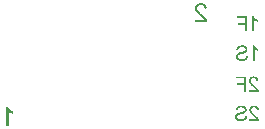
<source format=gbr>
%TF.GenerationSoftware,Altium Limited,Altium Designer,21.2.2 (38)*%
G04 Layer_Color=32896*
%FSLAX45Y45*%
%MOMM*%
%TF.SameCoordinates,57803E14-CA50-49E2-8720-A713D117BFB4*%
%TF.FilePolarity,Positive*%
%TF.FileFunction,Legend,Bot*%
%TF.Part,Single*%
G01*
G75*
G36*
X2001504Y1310587D02*
X2005438Y1310356D01*
X2009140Y1309662D01*
X2012611Y1308968D01*
X2015850Y1308042D01*
X2018859Y1307117D01*
X2021635Y1305960D01*
X2024181Y1304803D01*
X2026495Y1303646D01*
X2028346Y1302489D01*
X2029965Y1301563D01*
X2031354Y1300637D01*
X2032511Y1299943D01*
X2033205Y1299249D01*
X2033668Y1299018D01*
X2033899Y1298786D01*
X2036213Y1296472D01*
X2038296Y1293927D01*
X2040378Y1291150D01*
X2041998Y1288374D01*
X2044775Y1282820D01*
X2046626Y1277267D01*
X2047320Y1274721D01*
X2048014Y1272176D01*
X2048477Y1270093D01*
X2048940Y1268242D01*
X2049171Y1266623D01*
Y1265466D01*
X2049403Y1264771D01*
Y1264540D01*
X2029271Y1262457D01*
X2028808Y1267780D01*
X2027883Y1272407D01*
X2026495Y1276573D01*
X2024875Y1279812D01*
X2023486Y1282589D01*
X2022098Y1284440D01*
X2021172Y1285597D01*
X2020710Y1286060D01*
X2017239Y1288836D01*
X2013536Y1290919D01*
X2009603Y1292539D01*
X2006132Y1293464D01*
X2002892Y1294158D01*
X2000116Y1294390D01*
X1999190Y1294621D01*
X1997802D01*
X1992942Y1294390D01*
X1988546Y1293464D01*
X1984844Y1292076D01*
X1981604Y1290688D01*
X1979059Y1289068D01*
X1977439Y1287911D01*
X1976282Y1286985D01*
X1975819Y1286522D01*
X1973043Y1283283D01*
X1970960Y1280043D01*
X1969340Y1276804D01*
X1968415Y1273564D01*
X1967720Y1271019D01*
X1967489Y1268705D01*
X1967258Y1267317D01*
Y1267085D01*
Y1266854D01*
X1967720Y1262689D01*
X1968646Y1258292D01*
X1970266Y1254359D01*
X1971886Y1250656D01*
X1973737Y1247648D01*
X1975356Y1245103D01*
X1975819Y1244177D01*
X1976282Y1243483D01*
X1976745Y1243252D01*
Y1243020D01*
X1978596Y1240475D01*
X1980910Y1237930D01*
X1983455Y1235153D01*
X1986232Y1232376D01*
X1992017Y1226823D01*
X1997802Y1221269D01*
X2000810Y1218724D01*
X2003355Y1216410D01*
X2005900Y1214328D01*
X2007983Y1212476D01*
X2009603Y1211088D01*
X2010991Y1209931D01*
X2011917Y1209237D01*
X2012148Y1209005D01*
X2017933Y1204146D01*
X2023255Y1199518D01*
X2027652Y1195353D01*
X2031122Y1191882D01*
X2034131Y1188874D01*
X2036213Y1186792D01*
X2037370Y1185403D01*
X2037833Y1185172D01*
Y1184940D01*
X2041072Y1181007D01*
X2043618Y1177304D01*
X2045932Y1173602D01*
X2047783Y1170363D01*
X2049171Y1167586D01*
X2050097Y1165503D01*
X2050560Y1164115D01*
X2050791Y1163884D01*
Y1163652D01*
X2051716Y1161107D01*
X2052179Y1158793D01*
X2052642Y1156479D01*
X2052873Y1154396D01*
X2053105Y1152545D01*
Y1151157D01*
Y1150231D01*
Y1150000D01*
X1946895D01*
Y1168974D01*
X2025800D01*
X2023024Y1172908D01*
X2021635Y1174528D01*
X2020478Y1176148D01*
X2019321Y1177536D01*
X2018396Y1178461D01*
X2017702Y1179156D01*
X2017470Y1179387D01*
X2016313Y1180544D01*
X2014925Y1181701D01*
X2011685Y1184709D01*
X2007983Y1188180D01*
X2004049Y1191651D01*
X2000347Y1194659D01*
X1998727Y1196047D01*
X1997339Y1197436D01*
X1996182Y1198361D01*
X1995256Y1199056D01*
X1994794Y1199518D01*
X1994562Y1199750D01*
X1990860Y1202989D01*
X1987158Y1205997D01*
X1983918Y1209005D01*
X1980910Y1211551D01*
X1978133Y1214096D01*
X1975819Y1216410D01*
X1973505Y1218493D01*
X1971654Y1220344D01*
X1969803Y1222195D01*
X1968415Y1223583D01*
X1967258Y1224740D01*
X1966101Y1225897D01*
X1964944Y1227286D01*
X1964481Y1227748D01*
X1961241Y1231682D01*
X1958465Y1235153D01*
X1956151Y1238624D01*
X1954300Y1241401D01*
X1952911Y1243946D01*
X1951986Y1245797D01*
X1951523Y1246954D01*
X1951291Y1247417D01*
X1949903Y1250888D01*
X1948978Y1254359D01*
X1948052Y1257598D01*
X1947589Y1260375D01*
X1947358Y1262920D01*
X1947126Y1264771D01*
Y1265928D01*
Y1266391D01*
X1947358Y1269862D01*
X1947821Y1273102D01*
X1948283Y1276341D01*
X1949209Y1279118D01*
X1951523Y1284671D01*
X1953837Y1289068D01*
X1955225Y1291150D01*
X1956382Y1292770D01*
X1957539Y1294390D01*
X1958696Y1295547D01*
X1959622Y1296472D01*
X1960084Y1297398D01*
X1960547Y1297629D01*
X1960779Y1297861D01*
X1963324Y1300175D01*
X1966101Y1302257D01*
X1969109Y1303877D01*
X1972117Y1305265D01*
X1978133Y1307579D01*
X1984149Y1309199D01*
X1986695Y1309662D01*
X1989240Y1310125D01*
X1991554Y1310356D01*
X1993405Y1310587D01*
X1995025Y1310819D01*
X1997339D01*
X2001504Y1310587D01*
D02*
G37*
G36*
X365538Y426885D02*
X368083Y423183D01*
X371091Y419480D01*
X373868Y416241D01*
X376645Y413464D01*
X378727Y411150D01*
X379653Y410456D01*
X380347Y409762D01*
X380578Y409531D01*
X380810Y409299D01*
X385669Y405365D01*
X390528Y401663D01*
X395156Y398424D01*
X399784Y395878D01*
X403718Y393564D01*
X405338Y392639D01*
X406726Y391945D01*
X407883Y391250D01*
X408808Y391019D01*
X409271Y390556D01*
X409503D01*
Y371582D01*
X406032Y372970D01*
X402561Y374590D01*
X399090Y376210D01*
X395850Y377830D01*
X393074Y379218D01*
X390760Y380375D01*
X389371Y381300D01*
X389140Y381532D01*
X388909D01*
X384743Y384077D01*
X381041Y386623D01*
X377802Y388936D01*
X375256Y391019D01*
X372942Y392639D01*
X371554Y394027D01*
X370397Y394953D01*
X370166Y395184D01*
Y270000D01*
X350497D01*
Y430819D01*
X363224D01*
X365538Y426885D01*
D02*
G37*
G36*
X2445550Y1195542D02*
X2447587Y1192580D01*
X2449994Y1189617D01*
X2452216Y1187025D01*
X2454438Y1184803D01*
X2456104Y1182951D01*
X2456845Y1182396D01*
X2457400Y1181840D01*
X2457586Y1181655D01*
X2457771Y1181470D01*
X2461659Y1178322D01*
X2465548Y1175359D01*
X2469251Y1172767D01*
X2472954Y1170730D01*
X2476102Y1168879D01*
X2477398Y1168138D01*
X2478509Y1167582D01*
X2479435Y1167027D01*
X2480176Y1166842D01*
X2480546Y1166471D01*
X2480731D01*
Y1151288D01*
X2477954Y1152399D01*
X2475176Y1153695D01*
X2472399Y1154991D01*
X2469807Y1156287D01*
X2467585Y1157398D01*
X2465733Y1158324D01*
X2464622Y1159065D01*
X2464437Y1159250D01*
X2464252D01*
X2460919Y1161287D01*
X2457956Y1163324D01*
X2455364Y1165175D01*
X2453327Y1166842D01*
X2451475Y1168138D01*
X2450364Y1169249D01*
X2449438Y1169990D01*
X2449253Y1170175D01*
Y1070000D01*
X2433514D01*
Y1198690D01*
X2443698D01*
X2445550Y1195542D01*
D02*
G37*
G36*
X2385926Y1070000D02*
X2368891D01*
Y1128142D01*
X2308712D01*
Y1143326D01*
X2368891D01*
Y1182951D01*
X2299269D01*
Y1198135D01*
X2385926D01*
Y1070000D01*
D02*
G37*
G36*
X2449901Y947764D02*
X2451938Y944802D01*
X2454345Y941839D01*
X2456567Y939247D01*
X2458789Y937025D01*
X2460456Y935173D01*
X2461196Y934618D01*
X2461752Y934062D01*
X2461937Y933877D01*
X2462122Y933692D01*
X2466011Y930544D01*
X2469899Y927581D01*
X2473602Y924989D01*
X2477306Y922952D01*
X2480454Y921101D01*
X2481750Y920360D01*
X2482861Y919804D01*
X2483786Y919249D01*
X2484527Y919064D01*
X2484897Y918693D01*
X2485083D01*
Y903510D01*
X2482305Y904621D01*
X2479528Y905917D01*
X2476750Y907213D01*
X2474158Y908509D01*
X2471936Y909620D01*
X2470084Y910546D01*
X2468973Y911287D01*
X2468788Y911472D01*
X2468603D01*
X2465270Y913509D01*
X2462307Y915546D01*
X2459715Y917397D01*
X2457678Y919064D01*
X2455826Y920360D01*
X2454715Y921471D01*
X2453790Y922212D01*
X2453604Y922397D01*
Y822222D01*
X2437865D01*
Y950912D01*
X2448049D01*
X2449901Y947764D01*
D02*
G37*
G36*
X2351763Y952394D02*
X2356022Y951838D01*
X2360096Y951097D01*
X2363614Y950357D01*
X2366391Y949616D01*
X2367687Y949246D01*
X2368613Y948875D01*
X2369354Y948505D01*
X2369909Y948320D01*
X2370280Y948135D01*
X2370465D01*
X2374168Y946283D01*
X2377501Y944246D01*
X2380279Y942024D01*
X2382501Y939987D01*
X2384167Y938136D01*
X2385463Y936654D01*
X2386389Y935543D01*
X2386574Y935358D01*
Y935173D01*
X2388426Y932025D01*
X2389722Y928877D01*
X2390648Y925730D01*
X2391203Y922952D01*
X2391574Y920545D01*
X2391944Y918693D01*
Y917953D01*
Y917397D01*
Y917212D01*
Y917027D01*
X2391759Y913879D01*
X2391203Y910916D01*
X2390463Y908139D01*
X2389722Y905732D01*
X2388982Y903880D01*
X2388241Y902399D01*
X2387685Y901473D01*
X2387500Y901103D01*
X2385649Y898510D01*
X2383427Y896103D01*
X2381205Y894066D01*
X2378983Y892400D01*
X2377131Y890918D01*
X2375464Y889993D01*
X2374353Y889252D01*
X2374168Y889067D01*
X2373983D01*
X2372502Y888326D01*
X2370835Y887585D01*
X2367132Y886289D01*
X2362873Y884993D01*
X2358799Y883697D01*
X2355096Y882586D01*
X2353430Y882216D01*
X2351948Y881845D01*
X2350837Y881475D01*
X2349911Y881290D01*
X2349356Y881105D01*
X2349171D01*
X2346023Y880364D01*
X2343060Y879623D01*
X2340468Y878883D01*
X2338246Y878327D01*
X2336024Y877772D01*
X2334172Y877216D01*
X2332506Y876846D01*
X2331210Y876290D01*
X2329914Y875920D01*
X2328988Y875735D01*
X2327506Y875179D01*
X2326581Y874994D01*
X2326395Y874809D01*
X2323618Y873698D01*
X2321211Y872402D01*
X2319174Y871106D01*
X2317693Y869995D01*
X2316396Y868884D01*
X2315656Y868143D01*
X2315100Y867588D01*
X2314915Y867402D01*
X2313619Y865736D01*
X2312693Y863884D01*
X2312138Y862033D01*
X2311582Y860551D01*
X2311397Y859070D01*
X2311212Y857959D01*
Y857033D01*
Y856848D01*
X2311397Y854626D01*
X2311767Y852589D01*
X2312323Y850737D01*
X2313063Y849256D01*
X2313804Y847775D01*
X2314360Y846849D01*
X2314730Y846108D01*
X2314915Y845923D01*
X2316396Y844071D01*
X2318248Y842590D01*
X2320100Y841294D01*
X2321766Y839998D01*
X2323433Y839257D01*
X2324729Y838516D01*
X2325655Y838146D01*
X2326025Y837961D01*
X2328803Y837035D01*
X2331765Y836294D01*
X2334728Y835924D01*
X2337320Y835554D01*
X2339542Y835369D01*
X2341394Y835183D01*
X2343060D01*
X2347134Y835369D01*
X2350837Y835739D01*
X2354170Y836294D01*
X2357133Y837035D01*
X2359540Y837776D01*
X2361392Y838331D01*
X2361947Y838516D01*
X2362503Y838702D01*
X2362688Y838887D01*
X2362873D01*
X2365836Y840368D01*
X2368613Y842035D01*
X2370650Y843701D01*
X2372502Y845368D01*
X2373983Y846664D01*
X2374909Y847960D01*
X2375464Y848701D01*
X2375650Y848886D01*
X2376946Y851293D01*
X2378242Y853885D01*
X2378983Y856663D01*
X2379723Y859070D01*
X2380279Y861477D01*
X2380649Y863144D01*
Y863884D01*
X2380834Y864440D01*
Y864625D01*
Y864810D01*
X2396758Y863329D01*
X2396388Y858700D01*
X2395647Y854256D01*
X2394536Y850367D01*
X2393240Y846849D01*
X2391944Y844071D01*
X2391389Y842960D01*
X2391018Y842035D01*
X2390463Y841294D01*
X2390278Y840738D01*
X2389907Y840368D01*
Y840183D01*
X2387130Y836665D01*
X2384167Y833517D01*
X2381019Y830925D01*
X2378057Y828703D01*
X2375464Y827036D01*
X2373242Y825925D01*
X2372502Y825555D01*
X2371946Y825185D01*
X2371576Y824999D01*
X2371391D01*
X2366762Y823333D01*
X2361947Y822037D01*
X2357133Y821296D01*
X2352504Y820555D01*
X2350282Y820370D01*
X2348430Y820185D01*
X2346764D01*
X2345282Y820000D01*
X2342320D01*
X2337320Y820185D01*
X2332691Y820741D01*
X2328432Y821666D01*
X2324914Y822592D01*
X2321951Y823333D01*
X2320655Y823888D01*
X2319544Y824259D01*
X2318804Y824629D01*
X2318248Y824814D01*
X2317878Y824999D01*
X2317693D01*
X2313804Y827036D01*
X2310471Y829258D01*
X2307508Y831665D01*
X2305101Y833887D01*
X2303250Y835739D01*
X2301953Y837405D01*
X2301028Y838516D01*
X2300842Y838702D01*
Y838887D01*
X2298806Y842405D01*
X2297324Y845738D01*
X2296399Y848886D01*
X2295658Y851848D01*
X2295288Y854441D01*
X2294917Y856478D01*
Y857218D01*
Y857774D01*
Y857959D01*
Y858144D01*
X2295102Y861847D01*
X2295658Y865366D01*
X2296584Y868513D01*
X2297510Y871106D01*
X2298620Y873328D01*
X2299361Y874994D01*
X2300102Y875920D01*
X2300287Y876290D01*
X2302509Y879068D01*
X2305101Y881660D01*
X2307879Y883882D01*
X2310656Y885919D01*
X2313063Y887400D01*
X2315100Y888511D01*
X2315841Y888882D01*
X2316396Y889252D01*
X2316767Y889437D01*
X2316952D01*
X2318433Y890178D01*
X2320285Y890733D01*
X2322322Y891474D01*
X2324544Y892215D01*
X2329173Y893511D01*
X2333987Y894807D01*
X2336209Y895362D01*
X2338246Y895918D01*
X2340283Y896473D01*
X2341949Y896844D01*
X2343246Y897214D01*
X2344356Y897399D01*
X2345097Y897584D01*
X2345282D01*
X2348986Y898510D01*
X2352319Y899251D01*
X2355281Y900177D01*
X2357874Y900917D01*
X2360281Y901843D01*
X2362318Y902584D01*
X2364169Y903325D01*
X2365836Y903880D01*
X2367132Y904621D01*
X2368243Y905176D01*
X2368984Y905547D01*
X2369724Y906102D01*
X2370650Y906658D01*
X2370835Y906843D01*
X2372502Y908694D01*
X2373613Y910546D01*
X2374539Y912398D01*
X2375094Y914249D01*
X2375464Y915731D01*
X2375650Y917027D01*
Y917768D01*
Y918138D01*
X2375279Y921101D01*
X2374539Y923693D01*
X2373428Y925915D01*
X2372131Y927952D01*
X2371020Y929433D01*
X2369909Y930729D01*
X2369169Y931470D01*
X2368798Y931655D01*
X2367317Y932581D01*
X2365836Y933507D01*
X2362318Y934988D01*
X2358614Y935914D01*
X2354911Y936654D01*
X2351578Y937025D01*
X2350097Y937210D01*
X2348986Y937395D01*
X2346393D01*
X2341209Y937210D01*
X2336580Y936469D01*
X2332876Y935358D01*
X2329728Y934247D01*
X2327321Y933136D01*
X2325470Y932025D01*
X2324544Y931285D01*
X2324173Y931099D01*
X2321581Y928507D01*
X2319544Y925730D01*
X2317878Y922767D01*
X2316767Y919804D01*
X2316026Y917027D01*
X2315471Y914990D01*
X2315285Y914064D01*
X2315100Y913509D01*
Y913138D01*
Y912953D01*
X2298806Y914249D01*
X2299176Y918323D01*
X2300102Y922026D01*
X2301028Y925545D01*
X2302324Y928507D01*
X2303435Y930914D01*
X2304361Y932766D01*
X2304731Y933321D01*
X2305101Y933877D01*
X2305286Y934062D01*
Y934247D01*
X2307694Y937395D01*
X2310286Y940173D01*
X2313063Y942580D01*
X2315841Y944431D01*
X2318248Y946098D01*
X2320100Y947024D01*
X2320840Y947394D01*
X2321396Y947764D01*
X2321766Y947950D01*
X2321951D01*
X2326025Y949431D01*
X2330469Y950542D01*
X2334543Y951468D01*
X2338431Y952023D01*
X2341949Y952394D01*
X2343246D01*
X2344542Y952579D01*
X2346949D01*
X2351763Y952394D01*
D02*
G37*
G36*
X2446568Y688505D02*
X2449716Y688320D01*
X2452679Y687764D01*
X2455456Y687209D01*
X2458048Y686468D01*
X2460456Y685728D01*
X2462678Y684802D01*
X2464714Y683876D01*
X2466566Y682950D01*
X2468047Y682024D01*
X2469344Y681284D01*
X2470455Y680543D01*
X2471380Y679987D01*
X2471936Y679432D01*
X2472306Y679247D01*
X2472491Y679062D01*
X2474343Y677210D01*
X2476010Y675173D01*
X2477676Y672951D01*
X2478972Y670729D01*
X2481194Y666285D01*
X2482676Y661841D01*
X2483231Y659804D01*
X2483786Y657768D01*
X2484157Y656101D01*
X2484527Y654620D01*
X2484712Y653324D01*
Y652398D01*
X2484897Y651842D01*
Y651657D01*
X2468788Y649991D01*
X2468418Y654249D01*
X2467677Y657953D01*
X2466566Y661286D01*
X2465270Y663878D01*
X2464159Y666100D01*
X2463048Y667581D01*
X2462307Y668507D01*
X2461937Y668878D01*
X2459159Y671099D01*
X2456197Y672766D01*
X2453049Y674062D01*
X2450271Y674803D01*
X2447679Y675358D01*
X2445457Y675543D01*
X2444716Y675729D01*
X2443605D01*
X2439717Y675543D01*
X2436199Y674803D01*
X2433236Y673692D01*
X2430644Y672581D01*
X2428607Y671285D01*
X2427311Y670359D01*
X2426385Y669618D01*
X2426015Y669248D01*
X2423793Y666656D01*
X2422126Y664063D01*
X2420830Y661471D01*
X2420089Y658879D01*
X2419534Y656842D01*
X2419349Y654990D01*
X2419164Y653879D01*
Y653694D01*
Y653509D01*
X2419534Y650176D01*
X2420275Y646658D01*
X2421571Y643510D01*
X2422867Y640547D01*
X2424348Y638140D01*
X2425644Y636103D01*
X2426015Y635362D01*
X2426385Y634807D01*
X2426755Y634622D01*
Y634437D01*
X2428237Y632400D01*
X2430088Y630363D01*
X2432125Y628141D01*
X2434347Y625919D01*
X2438976Y621475D01*
X2443605Y617031D01*
X2446013Y614994D01*
X2448049Y613143D01*
X2450086Y611476D01*
X2451753Y609995D01*
X2453049Y608884D01*
X2454160Y607958D01*
X2454901Y607402D01*
X2455086Y607217D01*
X2459715Y603329D01*
X2463974Y599625D01*
X2467492Y596292D01*
X2470269Y593515D01*
X2472677Y591108D01*
X2474343Y589441D01*
X2475269Y588330D01*
X2475639Y588145D01*
Y587960D01*
X2478232Y584812D01*
X2480268Y581849D01*
X2482120Y578887D01*
X2483601Y576295D01*
X2484712Y574073D01*
X2485453Y572406D01*
X2485823Y571295D01*
X2486008Y571110D01*
Y570925D01*
X2486749Y568888D01*
X2487119Y567036D01*
X2487490Y565185D01*
X2487675Y563518D01*
X2487860Y562037D01*
Y560926D01*
Y560185D01*
Y560000D01*
X2402869D01*
Y575184D01*
X2466011D01*
X2463789Y578331D01*
X2462678Y579627D01*
X2461752Y580924D01*
X2460826Y582035D01*
X2460085Y582775D01*
X2459530Y583331D01*
X2459345Y583516D01*
X2458419Y584442D01*
X2457308Y585368D01*
X2454715Y587775D01*
X2451753Y590552D01*
X2448605Y593330D01*
X2445642Y595737D01*
X2444346Y596848D01*
X2443235Y597959D01*
X2442309Y598700D01*
X2441569Y599255D01*
X2441198Y599625D01*
X2441013Y599811D01*
X2438050Y602403D01*
X2435088Y604810D01*
X2432496Y607217D01*
X2430088Y609254D01*
X2427866Y611291D01*
X2426015Y613143D01*
X2424163Y614809D01*
X2422682Y616290D01*
X2421200Y617772D01*
X2420089Y618883D01*
X2419164Y619809D01*
X2418238Y620734D01*
X2417312Y621845D01*
X2416942Y622216D01*
X2414349Y625363D01*
X2412127Y628141D01*
X2410276Y630918D01*
X2408794Y633140D01*
X2407683Y635177D01*
X2406943Y636659D01*
X2406572Y637584D01*
X2406387Y637955D01*
X2405276Y640732D01*
X2404535Y643510D01*
X2403795Y646102D01*
X2403424Y648324D01*
X2403239Y650361D01*
X2403054Y651842D01*
Y652768D01*
Y653138D01*
X2403239Y655916D01*
X2403610Y658508D01*
X2403980Y661101D01*
X2404721Y663323D01*
X2406572Y667767D01*
X2408424Y671285D01*
X2409535Y672951D01*
X2410461Y674247D01*
X2411387Y675543D01*
X2412312Y676469D01*
X2413053Y677210D01*
X2413423Y677951D01*
X2413794Y678136D01*
X2413979Y678321D01*
X2416016Y680173D01*
X2418238Y681839D01*
X2420645Y683135D01*
X2423052Y684246D01*
X2427866Y686098D01*
X2432681Y687394D01*
X2434718Y687764D01*
X2436754Y688135D01*
X2438606Y688320D01*
X2440087Y688505D01*
X2441383Y688690D01*
X2443235D01*
X2446568Y688505D01*
D02*
G37*
G36*
X2378797Y560000D02*
X2361762D01*
Y618142D01*
X2301583D01*
Y633326D01*
X2361762D01*
Y672951D01*
X2292140D01*
Y688135D01*
X2378797D01*
Y560000D01*
D02*
G37*
G36*
X2450920Y440727D02*
X2454067Y440542D01*
X2457030Y439986D01*
X2459808Y439431D01*
X2462400Y438690D01*
X2464807Y437950D01*
X2467029Y437024D01*
X2469066Y436098D01*
X2470918Y435172D01*
X2472399Y434246D01*
X2473695Y433506D01*
X2474806Y432765D01*
X2475732Y432209D01*
X2476287Y431654D01*
X2476658Y431469D01*
X2476843Y431284D01*
X2478695Y429432D01*
X2480361Y427395D01*
X2482028Y425173D01*
X2483324Y422951D01*
X2485546Y418507D01*
X2487027Y414063D01*
X2487583Y412026D01*
X2488138Y409990D01*
X2488508Y408323D01*
X2488879Y406842D01*
X2489064Y405546D01*
Y404620D01*
X2489249Y404064D01*
Y403879D01*
X2473140Y402213D01*
X2472769Y406471D01*
X2472029Y410175D01*
X2470918Y413508D01*
X2469621Y416100D01*
X2468510Y418322D01*
X2467399Y419803D01*
X2466659Y420729D01*
X2466288Y421099D01*
X2463511Y423321D01*
X2460548Y424988D01*
X2457400Y426284D01*
X2454623Y427025D01*
X2452031Y427580D01*
X2449809Y427765D01*
X2449068Y427951D01*
X2447957D01*
X2444069Y427765D01*
X2440550Y427025D01*
X2437588Y425914D01*
X2434995Y424803D01*
X2432959Y423507D01*
X2431662Y422581D01*
X2430737Y421840D01*
X2430366Y421470D01*
X2428144Y418877D01*
X2426478Y416285D01*
X2425182Y413693D01*
X2424441Y411101D01*
X2423885Y409064D01*
X2423700Y407212D01*
X2423515Y406101D01*
Y405916D01*
Y405731D01*
X2423885Y402398D01*
X2424626Y398880D01*
X2425922Y395732D01*
X2427218Y392769D01*
X2428700Y390362D01*
X2429996Y388325D01*
X2430366Y387584D01*
X2430737Y387029D01*
X2431107Y386844D01*
Y386659D01*
X2432588Y384622D01*
X2434440Y382585D01*
X2436477Y380363D01*
X2438699Y378141D01*
X2443328Y373697D01*
X2447957Y369253D01*
X2450364Y367216D01*
X2452401Y365365D01*
X2454438Y363698D01*
X2456104Y362217D01*
X2457400Y361106D01*
X2458511Y360180D01*
X2459252Y359624D01*
X2459437Y359439D01*
X2464066Y355551D01*
X2468325Y351847D01*
X2471843Y348514D01*
X2474621Y345737D01*
X2477028Y343330D01*
X2478695Y341663D01*
X2479620Y340552D01*
X2479991Y340367D01*
Y340182D01*
X2482583Y337034D01*
X2484620Y334071D01*
X2486472Y331109D01*
X2487953Y328516D01*
X2489064Y326294D01*
X2489805Y324628D01*
X2490175Y323517D01*
X2490360Y323332D01*
Y323147D01*
X2491101Y321110D01*
X2491471Y319258D01*
X2491841Y317407D01*
X2492027Y315740D01*
X2492212Y314259D01*
Y313148D01*
Y312407D01*
Y312222D01*
X2407220D01*
Y327405D01*
X2470362D01*
X2468140Y330553D01*
X2467029Y331849D01*
X2466103Y333146D01*
X2465177Y334257D01*
X2464437Y334997D01*
X2463881Y335553D01*
X2463696Y335738D01*
X2462770Y336664D01*
X2461659Y337590D01*
X2459067Y339997D01*
X2456104Y342774D01*
X2452956Y345552D01*
X2449994Y347959D01*
X2448698Y349070D01*
X2447587Y350181D01*
X2446661Y350922D01*
X2445920Y351477D01*
X2445550Y351847D01*
X2445365Y352033D01*
X2442402Y354625D01*
X2439439Y357032D01*
X2436847Y359439D01*
X2434440Y361476D01*
X2432218Y363513D01*
X2430366Y365365D01*
X2428515Y367031D01*
X2427033Y368512D01*
X2425552Y369994D01*
X2424441Y371105D01*
X2423515Y372030D01*
X2422589Y372956D01*
X2421663Y374067D01*
X2421293Y374438D01*
X2418701Y377585D01*
X2416479Y380363D01*
X2414627Y383140D01*
X2413146Y385362D01*
X2412035Y387399D01*
X2411294Y388881D01*
X2410924Y389806D01*
X2410739Y390177D01*
X2409628Y392954D01*
X2408887Y395732D01*
X2408146Y398324D01*
X2407776Y400546D01*
X2407591Y402583D01*
X2407406Y404064D01*
Y404990D01*
Y405360D01*
X2407591Y408138D01*
X2407961Y410730D01*
X2408331Y413323D01*
X2409072Y415545D01*
X2410924Y419988D01*
X2412775Y423507D01*
X2413886Y425173D01*
X2414812Y426469D01*
X2415738Y427765D01*
X2416664Y428691D01*
X2417405Y429432D01*
X2417775Y430173D01*
X2418145Y430358D01*
X2418330Y430543D01*
X2420367Y432395D01*
X2422589Y434061D01*
X2424996Y435357D01*
X2427404Y436468D01*
X2432218Y438320D01*
X2437032Y439616D01*
X2439069Y439986D01*
X2441106Y440357D01*
X2442958Y440542D01*
X2444439Y440727D01*
X2445735Y440912D01*
X2447587D01*
X2450920Y440727D01*
D02*
G37*
G36*
X2344634Y442394D02*
X2348893Y441838D01*
X2352967Y441097D01*
X2356485Y440357D01*
X2359262Y439616D01*
X2360559Y439246D01*
X2361484Y438875D01*
X2362225Y438505D01*
X2362781Y438320D01*
X2363151Y438135D01*
X2363336D01*
X2367039Y436283D01*
X2370372Y434246D01*
X2373150Y432024D01*
X2375372Y429987D01*
X2377038Y428136D01*
X2378335Y426654D01*
X2379260Y425543D01*
X2379446Y425358D01*
Y425173D01*
X2381297Y422025D01*
X2382593Y418877D01*
X2383519Y415730D01*
X2384075Y412952D01*
X2384445Y410545D01*
X2384815Y408693D01*
Y407953D01*
Y407397D01*
Y407212D01*
Y407027D01*
X2384630Y403879D01*
X2384075Y400916D01*
X2383334Y398139D01*
X2382593Y395732D01*
X2381853Y393880D01*
X2381112Y392399D01*
X2380557Y391473D01*
X2380371Y391103D01*
X2378520Y388510D01*
X2376298Y386103D01*
X2374076Y384066D01*
X2371854Y382400D01*
X2370002Y380918D01*
X2368336Y379993D01*
X2367225Y379252D01*
X2367039Y379067D01*
X2366854D01*
X2365373Y378326D01*
X2363706Y377585D01*
X2360003Y376289D01*
X2355744Y374993D01*
X2351671Y373697D01*
X2347967Y372586D01*
X2346301Y372216D01*
X2344820Y371845D01*
X2343709Y371475D01*
X2342783Y371290D01*
X2342227Y371105D01*
X2342042D01*
X2338894Y370364D01*
X2335932Y369623D01*
X2333339Y368883D01*
X2331117Y368327D01*
X2328895Y367772D01*
X2327044Y367216D01*
X2325377Y366846D01*
X2324081Y366290D01*
X2322785Y365920D01*
X2321859Y365735D01*
X2320378Y365179D01*
X2319452Y364994D01*
X2319267Y364809D01*
X2316489Y363698D01*
X2314082Y362402D01*
X2312045Y361106D01*
X2310564Y359995D01*
X2309268Y358884D01*
X2308527Y358143D01*
X2307972Y357588D01*
X2307786Y357402D01*
X2306490Y355736D01*
X2305564Y353884D01*
X2305009Y352033D01*
X2304453Y350551D01*
X2304268Y349070D01*
X2304083Y347959D01*
Y347033D01*
Y346848D01*
X2304268Y344626D01*
X2304639Y342589D01*
X2305194Y340737D01*
X2305935Y339256D01*
X2306675Y337775D01*
X2307231Y336849D01*
X2307601Y336108D01*
X2307786Y335923D01*
X2309268Y334071D01*
X2311119Y332590D01*
X2312971Y331294D01*
X2314637Y329998D01*
X2316304Y329257D01*
X2317600Y328516D01*
X2318526Y328146D01*
X2318896Y327961D01*
X2321674Y327035D01*
X2324636Y326294D01*
X2327599Y325924D01*
X2330191Y325554D01*
X2332413Y325369D01*
X2334265Y325183D01*
X2335932D01*
X2340005Y325369D01*
X2343709Y325739D01*
X2347042Y326294D01*
X2350004Y327035D01*
X2352411Y327776D01*
X2354263Y328331D01*
X2354819Y328516D01*
X2355374Y328702D01*
X2355559Y328887D01*
X2355744D01*
X2358707Y330368D01*
X2361484Y332035D01*
X2363521Y333701D01*
X2365373Y335368D01*
X2366854Y336664D01*
X2367780Y337960D01*
X2368336Y338701D01*
X2368521Y338886D01*
X2369817Y341293D01*
X2371113Y343885D01*
X2371854Y346663D01*
X2372594Y349070D01*
X2373150Y351477D01*
X2373520Y353144D01*
Y353884D01*
X2373705Y354440D01*
Y354625D01*
Y354810D01*
X2389630Y353329D01*
X2389259Y348700D01*
X2388519Y344256D01*
X2387408Y340367D01*
X2386112Y336849D01*
X2384815Y334071D01*
X2384260Y332960D01*
X2383890Y332035D01*
X2383334Y331294D01*
X2383149Y330738D01*
X2382779Y330368D01*
Y330183D01*
X2380001Y326665D01*
X2377038Y323517D01*
X2373891Y320925D01*
X2370928Y318703D01*
X2368336Y317036D01*
X2366114Y315925D01*
X2365373Y315555D01*
X2364817Y315185D01*
X2364447Y314999D01*
X2364262D01*
X2359633Y313333D01*
X2354819Y312037D01*
X2350004Y311296D01*
X2345375Y310555D01*
X2343153Y310370D01*
X2341301Y310185D01*
X2339635D01*
X2338154Y310000D01*
X2335191D01*
X2330191Y310185D01*
X2325562Y310741D01*
X2321303Y311666D01*
X2317785Y312592D01*
X2314823Y313333D01*
X2313526Y313888D01*
X2312415Y314259D01*
X2311675Y314629D01*
X2311119Y314814D01*
X2310749Y314999D01*
X2310564D01*
X2306675Y317036D01*
X2303342Y319258D01*
X2300380Y321665D01*
X2297973Y323887D01*
X2296121Y325739D01*
X2294825Y327405D01*
X2293899Y328516D01*
X2293714Y328702D01*
Y328887D01*
X2291677Y332405D01*
X2290196Y335738D01*
X2289270Y338886D01*
X2288529Y341848D01*
X2288159Y344441D01*
X2287788Y346478D01*
Y347218D01*
Y347774D01*
Y347959D01*
Y348144D01*
X2287974Y351847D01*
X2288529Y355366D01*
X2289455Y358513D01*
X2290381Y361106D01*
X2291492Y363328D01*
X2292232Y364994D01*
X2292973Y365920D01*
X2293158Y366290D01*
X2295380Y369068D01*
X2297973Y371660D01*
X2300750Y373882D01*
X2303528Y375919D01*
X2305935Y377400D01*
X2307972Y378511D01*
X2308712Y378882D01*
X2309268Y379252D01*
X2309638Y379437D01*
X2309823D01*
X2311304Y380178D01*
X2313156Y380733D01*
X2315193Y381474D01*
X2317415Y382215D01*
X2322044Y383511D01*
X2326858Y384807D01*
X2329080Y385362D01*
X2331117Y385918D01*
X2333154Y386473D01*
X2334821Y386844D01*
X2336117Y387214D01*
X2337228Y387399D01*
X2337968Y387584D01*
X2338154D01*
X2341857Y388510D01*
X2345190Y389251D01*
X2348153Y390177D01*
X2350745Y390917D01*
X2353152Y391843D01*
X2355189Y392584D01*
X2357040Y393325D01*
X2358707Y393880D01*
X2360003Y394621D01*
X2361114Y395176D01*
X2361855Y395547D01*
X2362595Y396102D01*
X2363521Y396658D01*
X2363706Y396843D01*
X2365373Y398694D01*
X2366484Y400546D01*
X2367410Y402398D01*
X2367965Y404249D01*
X2368336Y405731D01*
X2368521Y407027D01*
Y407768D01*
Y408138D01*
X2368150Y411101D01*
X2367410Y413693D01*
X2366299Y415915D01*
X2365003Y417952D01*
X2363892Y419433D01*
X2362781Y420729D01*
X2362040Y421470D01*
X2361670Y421655D01*
X2360188Y422581D01*
X2358707Y423507D01*
X2355189Y424988D01*
X2351486Y425914D01*
X2347782Y426654D01*
X2344449Y427025D01*
X2342968Y427210D01*
X2341857Y427395D01*
X2339265D01*
X2334080Y427210D01*
X2329451Y426469D01*
X2325747Y425358D01*
X2322600Y424247D01*
X2320192Y423136D01*
X2318341Y422025D01*
X2317415Y421285D01*
X2317045Y421099D01*
X2314452Y418507D01*
X2312415Y415730D01*
X2310749Y412767D01*
X2309638Y409804D01*
X2308897Y407027D01*
X2308342Y404990D01*
X2308157Y404064D01*
X2307972Y403509D01*
Y403138D01*
Y402953D01*
X2291677Y404249D01*
X2292047Y408323D01*
X2292973Y412026D01*
X2293899Y415545D01*
X2295195Y418507D01*
X2296306Y420914D01*
X2297232Y422766D01*
X2297602Y423321D01*
X2297973Y423877D01*
X2298158Y424062D01*
Y424247D01*
X2300565Y427395D01*
X2303157Y430173D01*
X2305935Y432580D01*
X2308712Y434431D01*
X2311119Y436098D01*
X2312971Y437024D01*
X2313712Y437394D01*
X2314267Y437764D01*
X2314637Y437950D01*
X2314823D01*
X2318896Y439431D01*
X2323340Y440542D01*
X2327414Y441468D01*
X2331302Y442023D01*
X2334821Y442394D01*
X2336117D01*
X2337413Y442579D01*
X2339820D01*
X2344634Y442394D01*
D02*
G37*
%TF.MD5,2409818373dcf48440e25848a911178c*%
M02*

</source>
